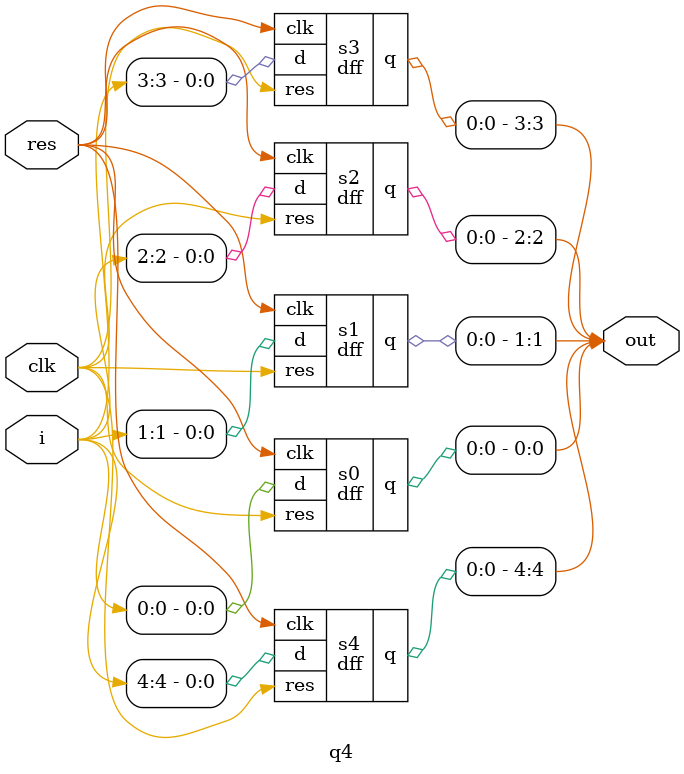
<source format=v>
module dff(d, res, clk, q);
	input d, res, clk;
	output reg q;
	always@(posedge clk or posedge res)
		if(res==0)
			q <= 0;
		else
			q <=d;
endmodule
module q4(i, out, clk, res);
	input [4:0]i;
	output [4:0]out;
	input clk,res;
	dff s0(i[0],clk,res,out[0]);
	dff s1(i[1],clk,res,out[1]);
	dff s2(i[2],clk,res,out[2]);
	dff s3(i[3],clk,res,out[3]);
	dff s4(i[4],clk,res,out[4]);
endmodule

</source>
